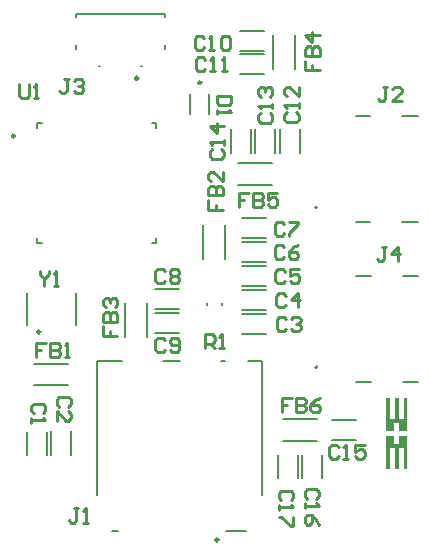
<source format=gto>
G04*
G04 #@! TF.GenerationSoftware,Altium Limited,Altium Designer,23.4.1 (23)*
G04*
G04 Layer_Color=65535*
%FSLAX44Y44*%
%MOMM*%
G71*
G04*
G04 #@! TF.SameCoordinates,D1F9F651-E120-4EB1-B4AC-D2E1D016148F*
G04*
G04*
G04 #@! TF.FilePolarity,Positive*
G04*
G01*
G75*
%ADD10C,0.2500*%
%ADD11C,0.3000*%
%ADD12C,0.2000*%
%ADD13C,0.1270*%
%ADD14C,0.2540*%
G36*
X1769180Y404454D02*
X1766366D01*
Y422378D01*
X1761847D01*
Y404454D01*
X1758589D01*
Y422378D01*
X1754108D01*
Y404454D01*
X1751330D01*
Y425378D01*
D01*
Y432081D01*
X1757959D01*
Y425378D01*
X1762551D01*
Y432081D01*
X1769180D01*
Y443302D01*
Y436562D01*
X1762551D01*
Y443302D01*
X1757959D01*
Y436562D01*
X1751330D01*
Y443302D01*
X1755673D01*
X1751330D01*
Y464226D01*
X1769180D01*
Y404454D01*
D02*
G37*
%LPC*%
G36*
X1766366Y464226D02*
X1754108D01*
Y446302D01*
X1758589D01*
Y464226D01*
X1761847D01*
Y446302D01*
X1766366D01*
Y464226D01*
D02*
G37*
G36*
X1757959Y425378D02*
X1756910D01*
X1757959D01*
D01*
D02*
G37*
%LPD*%
D10*
X1609320Y344430D02*
G03*
X1609320Y344430I-1250J0D01*
G01*
X1458362Y520500D02*
G03*
X1458362Y520500I-1250J0D01*
G01*
X1436720Y686430D02*
G03*
X1436720Y686430I-1250J0D01*
G01*
X1594846Y731486D02*
G03*
X1594846Y731486I-1250J0D01*
G01*
D11*
X1541094Y735204D02*
G03*
X1541094Y735204I-1000J0D01*
G01*
D12*
X1693092Y490486D02*
G03*
X1693092Y490486I-1000J0D01*
G01*
X1692838Y625868D02*
G03*
X1692838Y625868I-1000J0D01*
G01*
X1506070Y382430D02*
Y496180D01*
X1615320Y352180D02*
X1632320D01*
X1518820D02*
X1523820D01*
X1646070Y382430D02*
Y496180D01*
X1634320D02*
X1646070D01*
X1611320D02*
X1614820D01*
X1562320D02*
X1576820D01*
X1506070D02*
X1527820D01*
X1488362Y526250D02*
Y553250D01*
X1446862Y526250D02*
Y553250D01*
X1765292Y478286D02*
X1778092D01*
X1765292Y567686D02*
X1778092D01*
X1725592Y478286D02*
X1738092D01*
X1725592Y567686D02*
X1738092D01*
X1765038Y613668D02*
X1777838D01*
X1765038Y703068D02*
X1777838D01*
X1725338Y613668D02*
X1737838D01*
X1725338Y703068D02*
X1737838D01*
X1453321Y493669D02*
X1481903D01*
X1453321Y475087D02*
X1481903D01*
X1455720Y692930D02*
Y696930D01*
Y595930D02*
Y599930D01*
X1552720Y595930D02*
X1556720D01*
X1455720D02*
X1459720D01*
X1556720Y692930D02*
Y696930D01*
Y595930D02*
Y599930D01*
X1552720Y696930D02*
X1556720D01*
X1455720D02*
X1459720D01*
X1612292Y543322D02*
Y545322D01*
X1599792Y543322D02*
Y545322D01*
X1601596Y704986D02*
Y721986D01*
X1585596Y704986D02*
Y721986D01*
X1659368Y396367D02*
Y416489D01*
X1676368Y396367D02*
Y416489D01*
X1663746Y428097D02*
X1692328D01*
X1663746Y446679D02*
X1692328D01*
X1446928Y415989D02*
Y436111D01*
X1463928Y415989D02*
Y436111D01*
X1467248Y416069D02*
Y436191D01*
X1484248Y416069D02*
Y436191D01*
X1629509Y518550D02*
X1649631D01*
X1629509Y535550D02*
X1649631D01*
X1629509Y538870D02*
X1649631D01*
X1629509Y555870D02*
X1649631D01*
X1629509Y559190D02*
X1649631D01*
X1629509Y576190D02*
X1649631D01*
X1629429Y579510D02*
X1649551D01*
X1629429Y596510D02*
X1649551D01*
X1629509Y599830D02*
X1649631D01*
X1629509Y616830D02*
X1649631D01*
X1555929Y540140D02*
X1576051D01*
X1555929Y557140D02*
X1576051D01*
X1555849Y536820D02*
X1575971D01*
X1555849Y519820D02*
X1575971D01*
X1627477Y775326D02*
X1647599D01*
X1627477Y758326D02*
X1647599D01*
X1627477Y755768D02*
X1647599D01*
X1627477Y738768D02*
X1647599D01*
X1678550Y671929D02*
Y692051D01*
X1661550Y671929D02*
Y692051D01*
X1656960Y671929D02*
Y692051D01*
X1639960Y671929D02*
Y692051D01*
X1636640Y671929D02*
Y692051D01*
X1619640Y671929D02*
Y692051D01*
X1705709Y428888D02*
X1725831D01*
X1705709Y445888D02*
X1725831D01*
X1679688Y396447D02*
Y416569D01*
X1696688Y396447D02*
Y416569D01*
X1595989Y582468D02*
Y611050D01*
X1614571Y582468D02*
Y611050D01*
X1548531Y516428D02*
Y545010D01*
X1529949Y516428D02*
Y545010D01*
X1674261Y743137D02*
Y771719D01*
X1655679Y743137D02*
Y771719D01*
X1626041Y644759D02*
X1654623D01*
X1626041Y663341D02*
X1654623D01*
D13*
X1563594Y759704D02*
Y763204D01*
X1488594Y759704D02*
Y763204D01*
X1563594Y786704D02*
Y789454D01*
X1488594D02*
X1563594D01*
X1488594Y786704D02*
Y789454D01*
X1543294Y745954D02*
X1544394D01*
X1507794D02*
X1508894D01*
D14*
X1457837Y571656D02*
Y569657D01*
X1461835Y565658D01*
X1465834Y569657D01*
Y571656D01*
X1461835Y565658D02*
Y559660D01*
X1469833D02*
X1473831D01*
X1471832D01*
Y571656D01*
X1469833Y569657D01*
X1440819Y730152D02*
Y720155D01*
X1442818Y718156D01*
X1446817D01*
X1448816Y720155D01*
Y730152D01*
X1452815Y718156D02*
X1456813D01*
X1454814D01*
Y730152D01*
X1452815Y728153D01*
X1598045Y506414D02*
Y518410D01*
X1604043D01*
X1606042Y516411D01*
Y512412D01*
X1604043Y510413D01*
X1598045D01*
X1602043D02*
X1606042Y506414D01*
X1610041D02*
X1614039D01*
X1612040D01*
Y518410D01*
X1610041Y516411D01*
X1751363Y592484D02*
X1747364D01*
X1749363D01*
Y582487D01*
X1747364Y580488D01*
X1745365D01*
X1743365Y582487D01*
X1761359Y580488D02*
Y592484D01*
X1755361Y586486D01*
X1763359D01*
X1482631Y734724D02*
X1478632D01*
X1480631D01*
Y724727D01*
X1478632Y722728D01*
X1476633D01*
X1474633Y724727D01*
X1486629Y732725D02*
X1488629Y734724D01*
X1492627D01*
X1494627Y732725D01*
Y730725D01*
X1492627Y728726D01*
X1490628D01*
X1492627D01*
X1494627Y726727D01*
Y724727D01*
X1492627Y722728D01*
X1488629D01*
X1486629Y724727D01*
X1752379Y727866D02*
X1748380D01*
X1750379D01*
Y717869D01*
X1748380Y715870D01*
X1746381D01*
X1744381Y717869D01*
X1764375Y715870D02*
X1756377D01*
X1764375Y723867D01*
Y725867D01*
X1762375Y727866D01*
X1758377D01*
X1756377Y725867D01*
X1490726Y370996D02*
X1486727D01*
X1488727D01*
Y360999D01*
X1486727Y359000D01*
X1484728D01*
X1482729Y360999D01*
X1494725Y359000D02*
X1498723D01*
X1496724D01*
Y370996D01*
X1494725Y368997D01*
X1671197Y464468D02*
X1663199D01*
Y458470D01*
X1667198D01*
X1663199D01*
Y452472D01*
X1675195Y464468D02*
Y452472D01*
X1681193D01*
X1683193Y454471D01*
Y456471D01*
X1681193Y458470D01*
X1675195D01*
X1681193D01*
X1683193Y460469D01*
Y462469D01*
X1681193Y464468D01*
X1675195D01*
X1695189D02*
X1691190Y462469D01*
X1687191Y458470D01*
Y454471D01*
X1689191Y452472D01*
X1693190D01*
X1695189Y454471D01*
Y456471D01*
X1693190Y458470D01*
X1687191D01*
X1634875Y638458D02*
X1626877D01*
Y632460D01*
X1630876D01*
X1626877D01*
Y626462D01*
X1638873Y638458D02*
Y626462D01*
X1644871D01*
X1646871Y628461D01*
Y630461D01*
X1644871Y632460D01*
X1638873D01*
X1644871D01*
X1646871Y634459D01*
Y636459D01*
X1644871Y638458D01*
X1638873D01*
X1658867D02*
X1650869D01*
Y632460D01*
X1654868Y634459D01*
X1656868D01*
X1658867Y632460D01*
Y628461D01*
X1656868Y626462D01*
X1652869D01*
X1650869Y628461D01*
X1682848Y750193D02*
Y742195D01*
X1688846D01*
Y746194D01*
Y742195D01*
X1694844D01*
X1682848Y754191D02*
X1694844D01*
Y760189D01*
X1692845Y762189D01*
X1690845D01*
X1688846Y760189D01*
Y754191D01*
Y760189D01*
X1686847Y762189D01*
X1684847D01*
X1682848Y760189D01*
Y754191D01*
X1694844Y772186D02*
X1682848D01*
X1688846Y766187D01*
Y774185D01*
X1511652Y525262D02*
Y517264D01*
X1517650D01*
Y521263D01*
Y517264D01*
X1523648D01*
X1511652Y529260D02*
X1523648D01*
Y535258D01*
X1521649Y537258D01*
X1519649D01*
X1517650Y535258D01*
Y529260D01*
Y535258D01*
X1515651Y537258D01*
X1513651D01*
X1511652Y535258D01*
Y529260D01*
X1513651Y541257D02*
X1511652Y543256D01*
Y547255D01*
X1513651Y549254D01*
X1515651D01*
X1517650Y547255D01*
Y545255D01*
Y547255D01*
X1519649Y549254D01*
X1521649D01*
X1523648Y547255D01*
Y543256D01*
X1521649Y541257D01*
X1600806Y632083D02*
Y624085D01*
X1606804D01*
Y628084D01*
Y624085D01*
X1612802D01*
X1600806Y636081D02*
X1612802D01*
Y642079D01*
X1610803Y644079D01*
X1608803D01*
X1606804Y642079D01*
Y636081D01*
Y642079D01*
X1604805Y644079D01*
X1602805D01*
X1600806Y642079D01*
Y636081D01*
X1612802Y656075D02*
Y648077D01*
X1604805Y656075D01*
X1602805D01*
X1600806Y654075D01*
Y650077D01*
X1602805Y648077D01*
X1463024Y511152D02*
X1455027D01*
Y505154D01*
X1459025D01*
X1455027D01*
Y499156D01*
X1467023Y511152D02*
Y499156D01*
X1473021D01*
X1475020Y501155D01*
Y503155D01*
X1473021Y505154D01*
X1467023D01*
X1473021D01*
X1475020Y507153D01*
Y509153D01*
X1473021Y511152D01*
X1467023D01*
X1479019Y499156D02*
X1483017D01*
X1481018D01*
Y511152D01*
X1479019Y509153D01*
X1619914Y720599D02*
X1607918D01*
Y714601D01*
X1609917Y712602D01*
X1617915D01*
X1619914Y714601D01*
Y720599D01*
X1607918Y708603D02*
Y704605D01*
Y706604D01*
X1619914D01*
X1617915Y708603D01*
X1670597Y377866D02*
X1672596Y379865D01*
Y383864D01*
X1670597Y385863D01*
X1662599D01*
X1660600Y383864D01*
Y379865D01*
X1662599Y377866D01*
X1660600Y373867D02*
Y369868D01*
Y371868D01*
X1672596D01*
X1670597Y373867D01*
X1672596Y363870D02*
Y355873D01*
X1670597D01*
X1662599Y363870D01*
X1660600D01*
X1692187Y379296D02*
X1694186Y381295D01*
Y385294D01*
X1692187Y387293D01*
X1684189D01*
X1682190Y385294D01*
Y381295D01*
X1684189Y379296D01*
X1682190Y375297D02*
Y371298D01*
Y373298D01*
X1694186D01*
X1692187Y375297D01*
X1694186Y357303D02*
X1692187Y361302D01*
X1688188Y365300D01*
X1684189D01*
X1682190Y363301D01*
Y359302D01*
X1684189Y357303D01*
X1686189D01*
X1688188Y359302D01*
Y365300D01*
X1711058Y423099D02*
X1709059Y425098D01*
X1705060D01*
X1703061Y423099D01*
Y415101D01*
X1705060Y413102D01*
X1709059D01*
X1711058Y415101D01*
X1715057Y413102D02*
X1719056D01*
X1717056D01*
Y425098D01*
X1715057Y423099D01*
X1733051Y425098D02*
X1725054D01*
Y419100D01*
X1729052Y421099D01*
X1731052D01*
X1733051Y419100D01*
Y415101D01*
X1731052Y413102D01*
X1727053D01*
X1725054Y415101D01*
X1603821Y674992D02*
X1601822Y672993D01*
Y668994D01*
X1603821Y666995D01*
X1611819D01*
X1613818Y668994D01*
Y672993D01*
X1611819Y674992D01*
X1613818Y678991D02*
Y682990D01*
Y680990D01*
X1601822D01*
X1603821Y678991D01*
X1613818Y694986D02*
X1601822D01*
X1607820Y688988D01*
Y696985D01*
X1644969Y705726D02*
X1642970Y703727D01*
Y699728D01*
X1644969Y697729D01*
X1652967D01*
X1654966Y699728D01*
Y703727D01*
X1652967Y705726D01*
X1654966Y709725D02*
Y713724D01*
Y711724D01*
X1642970D01*
X1644969Y709725D01*
Y719722D02*
X1642970Y721721D01*
Y725720D01*
X1644969Y727719D01*
X1646969D01*
X1648968Y725720D01*
Y723720D01*
Y725720D01*
X1650967Y727719D01*
X1652967D01*
X1654966Y725720D01*
Y721721D01*
X1652967Y719722D01*
X1667067Y706234D02*
X1665068Y704235D01*
Y700236D01*
X1667067Y698237D01*
X1675065D01*
X1677064Y700236D01*
Y704235D01*
X1675065Y706234D01*
X1677064Y710233D02*
Y714232D01*
Y712232D01*
X1665068D01*
X1667067Y710233D01*
X1677064Y728227D02*
Y720230D01*
X1669067Y728227D01*
X1667067D01*
X1665068Y726228D01*
Y722229D01*
X1667067Y720230D01*
X1598250Y751013D02*
X1596250Y753012D01*
X1592252D01*
X1590252Y751013D01*
Y743015D01*
X1592252Y741016D01*
X1596250D01*
X1598250Y743015D01*
X1602248Y741016D02*
X1606247D01*
X1604248D01*
Y753012D01*
X1602248Y751013D01*
X1612245Y741016D02*
X1616244D01*
X1614245D01*
Y753012D01*
X1612245Y751013D01*
X1597266Y769301D02*
X1595267Y771300D01*
X1591268D01*
X1589269Y769301D01*
Y761303D01*
X1591268Y759304D01*
X1595267D01*
X1597266Y761303D01*
X1601265Y759304D02*
X1605264D01*
X1603264D01*
Y771300D01*
X1601265Y769301D01*
X1611262D02*
X1613261Y771300D01*
X1617260D01*
X1619259Y769301D01*
Y761303D01*
X1617260Y759304D01*
X1613261D01*
X1611262Y761303D01*
Y769301D01*
X1563911Y513269D02*
X1561911Y515268D01*
X1557913D01*
X1555913Y513269D01*
Y505271D01*
X1557913Y503272D01*
X1561911D01*
X1563911Y505271D01*
X1567909D02*
X1569909Y503272D01*
X1573907D01*
X1575907Y505271D01*
Y513269D01*
X1573907Y515268D01*
X1569909D01*
X1567909Y513269D01*
Y511269D01*
X1569909Y509270D01*
X1575907D01*
X1563911Y571689D02*
X1561911Y573688D01*
X1557913D01*
X1555913Y571689D01*
Y563691D01*
X1557913Y561692D01*
X1561911D01*
X1563911Y563691D01*
X1567909Y571689D02*
X1569909Y573688D01*
X1573907D01*
X1575907Y571689D01*
Y569689D01*
X1573907Y567690D01*
X1575907Y565691D01*
Y563691D01*
X1573907Y561692D01*
X1569909D01*
X1567909Y563691D01*
Y565691D01*
X1569909Y567690D01*
X1567909Y569689D01*
Y571689D01*
X1569909Y567690D02*
X1573907D01*
X1665003Y611821D02*
X1663003Y613820D01*
X1659005D01*
X1657005Y611821D01*
Y603823D01*
X1659005Y601824D01*
X1663003D01*
X1665003Y603823D01*
X1669001Y613820D02*
X1676999D01*
Y611821D01*
X1669001Y603823D01*
Y601824D01*
X1664749Y592009D02*
X1662749Y594008D01*
X1658751D01*
X1656751Y592009D01*
Y584011D01*
X1658751Y582012D01*
X1662749D01*
X1664749Y584011D01*
X1676745Y594008D02*
X1672746Y592009D01*
X1668747Y588010D01*
Y584011D01*
X1670747Y582012D01*
X1674745D01*
X1676745Y584011D01*
Y586011D01*
X1674745Y588010D01*
X1668747D01*
X1665511Y571435D02*
X1663511Y573434D01*
X1659513D01*
X1657513Y571435D01*
Y563437D01*
X1659513Y561438D01*
X1663511D01*
X1665511Y563437D01*
X1677507Y573434D02*
X1669509D01*
Y567436D01*
X1673508Y569435D01*
X1675507D01*
X1677507Y567436D01*
Y563437D01*
X1675507Y561438D01*
X1671509D01*
X1669509Y563437D01*
X1666273Y551115D02*
X1664273Y553114D01*
X1660275D01*
X1658275Y551115D01*
Y543117D01*
X1660275Y541118D01*
X1664273D01*
X1666273Y543117D01*
X1676269Y541118D02*
Y553114D01*
X1670271Y547116D01*
X1678269D01*
X1666781Y531303D02*
X1664781Y533302D01*
X1660783D01*
X1658783Y531303D01*
Y523305D01*
X1660783Y521306D01*
X1664781D01*
X1666781Y523305D01*
X1670779Y531303D02*
X1672779Y533302D01*
X1676777D01*
X1678777Y531303D01*
Y529303D01*
X1676777Y527304D01*
X1674778D01*
X1676777D01*
X1678777Y525305D01*
Y523305D01*
X1676777Y521306D01*
X1672779D01*
X1670779Y523305D01*
X1482287Y457259D02*
X1484286Y459259D01*
Y463257D01*
X1482287Y465257D01*
X1474289D01*
X1472290Y463257D01*
Y459259D01*
X1474289Y457259D01*
X1472290Y445263D02*
Y453261D01*
X1480287Y445263D01*
X1482287D01*
X1484286Y447263D01*
Y451261D01*
X1482287Y453261D01*
X1460697Y451450D02*
X1462696Y453449D01*
Y457448D01*
X1460697Y459447D01*
X1452699D01*
X1450700Y457448D01*
Y453449D01*
X1452699Y451450D01*
X1450700Y447451D02*
Y443453D01*
Y445452D01*
X1462696D01*
X1460697Y447451D01*
M02*

</source>
